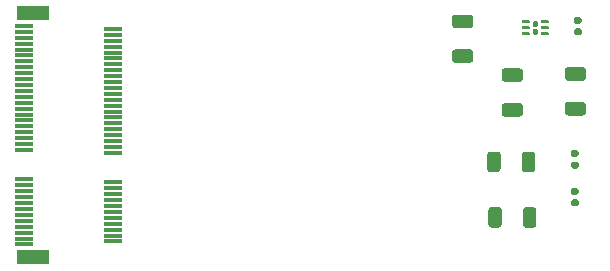
<source format=gbr>
%TF.GenerationSoftware,KiCad,Pcbnew,(5.1.10)-1*%
%TF.CreationDate,2021-11-29T10:36:54-06:00*%
%TF.ProjectId,m2-USBC-Adapter,6d322d55-5342-4432-9d41-646170746572,rev?*%
%TF.SameCoordinates,Original*%
%TF.FileFunction,Paste,Top*%
%TF.FilePolarity,Positive*%
%FSLAX46Y46*%
G04 Gerber Fmt 4.6, Leading zero omitted, Abs format (unit mm)*
G04 Created by KiCad (PCBNEW (5.1.10)-1) date 2021-11-29 10:36:54*
%MOMM*%
%LPD*%
G01*
G04 APERTURE LIST*
%ADD10R,2.750000X1.200000*%
%ADD11R,1.550000X0.300000*%
G04 APERTURE END LIST*
%TO.C,U1*%
G36*
G01*
X124450000Y-85930000D02*
X124450000Y-86240000D01*
G75*
G02*
X124350000Y-86340000I-100000J0D01*
G01*
X124150000Y-86340000D01*
G75*
G02*
X124050000Y-86240000I0J100000D01*
G01*
X124050000Y-85930000D01*
G75*
G02*
X124150000Y-85830000I100000J0D01*
G01*
X124350000Y-85830000D01*
G75*
G02*
X124450000Y-85930000I0J-100000D01*
G01*
G37*
G36*
G01*
X124450000Y-86560000D02*
X124450000Y-86870000D01*
G75*
G02*
X124350000Y-86970000I-100000J0D01*
G01*
X124150000Y-86970000D01*
G75*
G02*
X124050000Y-86870000I0J100000D01*
G01*
X124050000Y-86560000D01*
G75*
G02*
X124150000Y-86460000I100000J0D01*
G01*
X124350000Y-86460000D01*
G75*
G02*
X124450000Y-86560000I0J-100000D01*
G01*
G37*
G36*
G01*
X123800000Y-86837500D02*
X123800000Y-86962500D01*
G75*
G02*
X123737500Y-87025000I-62500J0D01*
G01*
X123162500Y-87025000D01*
G75*
G02*
X123100000Y-86962500I0J62500D01*
G01*
X123100000Y-86837500D01*
G75*
G02*
X123162500Y-86775000I62500J0D01*
G01*
X123737500Y-86775000D01*
G75*
G02*
X123800000Y-86837500I0J-62500D01*
G01*
G37*
G36*
G01*
X123800000Y-86337500D02*
X123800000Y-86462500D01*
G75*
G02*
X123737500Y-86525000I-62500J0D01*
G01*
X123162500Y-86525000D01*
G75*
G02*
X123100000Y-86462500I0J62500D01*
G01*
X123100000Y-86337500D01*
G75*
G02*
X123162500Y-86275000I62500J0D01*
G01*
X123737500Y-86275000D01*
G75*
G02*
X123800000Y-86337500I0J-62500D01*
G01*
G37*
G36*
G01*
X123800000Y-85837500D02*
X123800000Y-85962500D01*
G75*
G02*
X123737500Y-86025000I-62500J0D01*
G01*
X123162500Y-86025000D01*
G75*
G02*
X123100000Y-85962500I0J62500D01*
G01*
X123100000Y-85837500D01*
G75*
G02*
X123162500Y-85775000I62500J0D01*
G01*
X123737500Y-85775000D01*
G75*
G02*
X123800000Y-85837500I0J-62500D01*
G01*
G37*
G36*
G01*
X125400000Y-85837500D02*
X125400000Y-85962500D01*
G75*
G02*
X125337500Y-86025000I-62500J0D01*
G01*
X124762500Y-86025000D01*
G75*
G02*
X124700000Y-85962500I0J62500D01*
G01*
X124700000Y-85837500D01*
G75*
G02*
X124762500Y-85775000I62500J0D01*
G01*
X125337500Y-85775000D01*
G75*
G02*
X125400000Y-85837500I0J-62500D01*
G01*
G37*
G36*
G01*
X125400000Y-86337500D02*
X125400000Y-86462500D01*
G75*
G02*
X125337500Y-86525000I-62500J0D01*
G01*
X124762500Y-86525000D01*
G75*
G02*
X124700000Y-86462500I0J62500D01*
G01*
X124700000Y-86337500D01*
G75*
G02*
X124762500Y-86275000I62500J0D01*
G01*
X125337500Y-86275000D01*
G75*
G02*
X125400000Y-86337500I0J-62500D01*
G01*
G37*
G36*
G01*
X125400000Y-86837500D02*
X125400000Y-86962500D01*
G75*
G02*
X125337500Y-87025000I-62500J0D01*
G01*
X124762500Y-87025000D01*
G75*
G02*
X124700000Y-86962500I0J62500D01*
G01*
X124700000Y-86837500D01*
G75*
G02*
X124762500Y-86775000I62500J0D01*
G01*
X125337500Y-86775000D01*
G75*
G02*
X125400000Y-86837500I0J-62500D01*
G01*
G37*
%TD*%
%TO.C,R2*%
G36*
G01*
X123112500Y-98375001D02*
X123112500Y-97124999D01*
G75*
G02*
X123362499Y-96875000I249999J0D01*
G01*
X123987501Y-96875000D01*
G75*
G02*
X124237500Y-97124999I0J-249999D01*
G01*
X124237500Y-98375001D01*
G75*
G02*
X123987501Y-98625000I-249999J0D01*
G01*
X123362499Y-98625000D01*
G75*
G02*
X123112500Y-98375001I0J249999D01*
G01*
G37*
G36*
G01*
X120187500Y-98375001D02*
X120187500Y-97124999D01*
G75*
G02*
X120437499Y-96875000I249999J0D01*
G01*
X121062501Y-96875000D01*
G75*
G02*
X121312500Y-97124999I0J-249999D01*
G01*
X121312500Y-98375001D01*
G75*
G02*
X121062501Y-98625000I-249999J0D01*
G01*
X120437499Y-98625000D01*
G75*
G02*
X120187500Y-98375001I0J249999D01*
G01*
G37*
%TD*%
%TO.C,R1*%
G36*
G01*
X123212500Y-103075001D02*
X123212500Y-101824999D01*
G75*
G02*
X123462499Y-101575000I249999J0D01*
G01*
X124087501Y-101575000D01*
G75*
G02*
X124337500Y-101824999I0J-249999D01*
G01*
X124337500Y-103075001D01*
G75*
G02*
X124087501Y-103325000I-249999J0D01*
G01*
X123462499Y-103325000D01*
G75*
G02*
X123212500Y-103075001I0J249999D01*
G01*
G37*
G36*
G01*
X120287500Y-103075001D02*
X120287500Y-101824999D01*
G75*
G02*
X120537499Y-101575000I249999J0D01*
G01*
X121162501Y-101575000D01*
G75*
G02*
X121412500Y-101824999I0J-249999D01*
G01*
X121412500Y-103075001D01*
G75*
G02*
X121162501Y-103325000I-249999J0D01*
G01*
X120537499Y-103325000D01*
G75*
G02*
X120287500Y-103075001I0J249999D01*
G01*
G37*
%TD*%
D10*
%TO.C,J2*%
X81710000Y-85140000D03*
X81710000Y-105840000D03*
D11*
X80935000Y-86240000D03*
X88485000Y-86490000D03*
X80935000Y-86740000D03*
X88485000Y-86990000D03*
X80935000Y-87240000D03*
X88485000Y-87490000D03*
X80935000Y-87740000D03*
X88485000Y-87990000D03*
X80935000Y-88240000D03*
X88485000Y-88490000D03*
X80935000Y-88740000D03*
X88485000Y-88990000D03*
X80935000Y-89240000D03*
X88485000Y-89490000D03*
X80935000Y-89740000D03*
X88485000Y-89990000D03*
X80935000Y-90240000D03*
X88485000Y-90490000D03*
X80935000Y-90740000D03*
X88485000Y-90990000D03*
X80935000Y-91240000D03*
X88485000Y-91490000D03*
X80935000Y-91740000D03*
X88485000Y-91990000D03*
X80935000Y-92240000D03*
X88485000Y-92490000D03*
X80935000Y-92740000D03*
X88485000Y-92990000D03*
X80935000Y-93240000D03*
X88485000Y-93490000D03*
X80935000Y-93740000D03*
X88485000Y-93990000D03*
X80935000Y-94240000D03*
X88485000Y-94490000D03*
X80935000Y-94740000D03*
X88485000Y-94990000D03*
X80935000Y-95240000D03*
X88485000Y-95490000D03*
X80935000Y-95740000D03*
X88485000Y-95990000D03*
X80935000Y-96240000D03*
X88485000Y-96490000D03*
X80935000Y-96740000D03*
X88485000Y-96990000D03*
X80935000Y-99240000D03*
X88485000Y-99490000D03*
X80935000Y-99740000D03*
X88485000Y-99990000D03*
X80935000Y-100240000D03*
X88485000Y-100490000D03*
X80935000Y-100740000D03*
X88485000Y-100990000D03*
X80935000Y-101240000D03*
X88485000Y-101490000D03*
X80935000Y-101740000D03*
X88485000Y-101990000D03*
X80935000Y-102240000D03*
X88485000Y-102490000D03*
X80935000Y-102740000D03*
X88485000Y-102990000D03*
X80935000Y-103240000D03*
X88485000Y-103490000D03*
X80935000Y-103740000D03*
X88485000Y-103990000D03*
X80935000Y-104240000D03*
X88485000Y-104490000D03*
X80935000Y-104740000D03*
%TD*%
%TO.C,D3*%
G36*
G01*
X127427500Y-97725000D02*
X127772500Y-97725000D01*
G75*
G02*
X127920000Y-97872500I0J-147500D01*
G01*
X127920000Y-98167500D01*
G75*
G02*
X127772500Y-98315000I-147500J0D01*
G01*
X127427500Y-98315000D01*
G75*
G02*
X127280000Y-98167500I0J147500D01*
G01*
X127280000Y-97872500D01*
G75*
G02*
X127427500Y-97725000I147500J0D01*
G01*
G37*
G36*
G01*
X127427500Y-96755000D02*
X127772500Y-96755000D01*
G75*
G02*
X127920000Y-96902500I0J-147500D01*
G01*
X127920000Y-97197500D01*
G75*
G02*
X127772500Y-97345000I-147500J0D01*
G01*
X127427500Y-97345000D01*
G75*
G02*
X127280000Y-97197500I0J147500D01*
G01*
X127280000Y-96902500D01*
G75*
G02*
X127427500Y-96755000I147500J0D01*
G01*
G37*
%TD*%
%TO.C,D2*%
G36*
G01*
X127772500Y-100545000D02*
X127427500Y-100545000D01*
G75*
G02*
X127280000Y-100397500I0J147500D01*
G01*
X127280000Y-100102500D01*
G75*
G02*
X127427500Y-99955000I147500J0D01*
G01*
X127772500Y-99955000D01*
G75*
G02*
X127920000Y-100102500I0J-147500D01*
G01*
X127920000Y-100397500D01*
G75*
G02*
X127772500Y-100545000I-147500J0D01*
G01*
G37*
G36*
G01*
X127772500Y-101515000D02*
X127427500Y-101515000D01*
G75*
G02*
X127280000Y-101367500I0J147500D01*
G01*
X127280000Y-101072500D01*
G75*
G02*
X127427500Y-100925000I147500J0D01*
G01*
X127772500Y-100925000D01*
G75*
G02*
X127920000Y-101072500I0J-147500D01*
G01*
X127920000Y-101367500D01*
G75*
G02*
X127772500Y-101515000I-147500J0D01*
G01*
G37*
%TD*%
%TO.C,D1*%
G36*
G01*
X127677500Y-86455000D02*
X128022500Y-86455000D01*
G75*
G02*
X128170000Y-86602500I0J-147500D01*
G01*
X128170000Y-86897500D01*
G75*
G02*
X128022500Y-87045000I-147500J0D01*
G01*
X127677500Y-87045000D01*
G75*
G02*
X127530000Y-86897500I0J147500D01*
G01*
X127530000Y-86602500D01*
G75*
G02*
X127677500Y-86455000I147500J0D01*
G01*
G37*
G36*
G01*
X127677500Y-85485000D02*
X128022500Y-85485000D01*
G75*
G02*
X128170000Y-85632500I0J-147500D01*
G01*
X128170000Y-85927500D01*
G75*
G02*
X128022500Y-86075000I-147500J0D01*
G01*
X127677500Y-86075000D01*
G75*
G02*
X127530000Y-85927500I0J147500D01*
G01*
X127530000Y-85632500D01*
G75*
G02*
X127677500Y-85485000I147500J0D01*
G01*
G37*
%TD*%
%TO.C,C3*%
G36*
G01*
X121649999Y-92775000D02*
X122950001Y-92775000D01*
G75*
G02*
X123200000Y-93024999I0J-249999D01*
G01*
X123200000Y-93675001D01*
G75*
G02*
X122950001Y-93925000I-249999J0D01*
G01*
X121649999Y-93925000D01*
G75*
G02*
X121400000Y-93675001I0J249999D01*
G01*
X121400000Y-93024999D01*
G75*
G02*
X121649999Y-92775000I249999J0D01*
G01*
G37*
G36*
G01*
X121649999Y-89825000D02*
X122950001Y-89825000D01*
G75*
G02*
X123200000Y-90074999I0J-249999D01*
G01*
X123200000Y-90725001D01*
G75*
G02*
X122950001Y-90975000I-249999J0D01*
G01*
X121649999Y-90975000D01*
G75*
G02*
X121400000Y-90725001I0J249999D01*
G01*
X121400000Y-90074999D01*
G75*
G02*
X121649999Y-89825000I249999J0D01*
G01*
G37*
%TD*%
%TO.C,C2*%
G36*
G01*
X117449999Y-88225000D02*
X118750001Y-88225000D01*
G75*
G02*
X119000000Y-88474999I0J-249999D01*
G01*
X119000000Y-89125001D01*
G75*
G02*
X118750001Y-89375000I-249999J0D01*
G01*
X117449999Y-89375000D01*
G75*
G02*
X117200000Y-89125001I0J249999D01*
G01*
X117200000Y-88474999D01*
G75*
G02*
X117449999Y-88225000I249999J0D01*
G01*
G37*
G36*
G01*
X117449999Y-85275000D02*
X118750001Y-85275000D01*
G75*
G02*
X119000000Y-85524999I0J-249999D01*
G01*
X119000000Y-86175001D01*
G75*
G02*
X118750001Y-86425000I-249999J0D01*
G01*
X117449999Y-86425000D01*
G75*
G02*
X117200000Y-86175001I0J249999D01*
G01*
X117200000Y-85524999D01*
G75*
G02*
X117449999Y-85275000I249999J0D01*
G01*
G37*
%TD*%
%TO.C,C1*%
G36*
G01*
X128300001Y-90875000D02*
X126999999Y-90875000D01*
G75*
G02*
X126750000Y-90625001I0J249999D01*
G01*
X126750000Y-89974999D01*
G75*
G02*
X126999999Y-89725000I249999J0D01*
G01*
X128300001Y-89725000D01*
G75*
G02*
X128550000Y-89974999I0J-249999D01*
G01*
X128550000Y-90625001D01*
G75*
G02*
X128300001Y-90875000I-249999J0D01*
G01*
G37*
G36*
G01*
X128300001Y-93825000D02*
X126999999Y-93825000D01*
G75*
G02*
X126750000Y-93575001I0J249999D01*
G01*
X126750000Y-92924999D01*
G75*
G02*
X126999999Y-92675000I249999J0D01*
G01*
X128300001Y-92675000D01*
G75*
G02*
X128550000Y-92924999I0J-249999D01*
G01*
X128550000Y-93575001D01*
G75*
G02*
X128300001Y-93825000I-249999J0D01*
G01*
G37*
%TD*%
M02*

</source>
